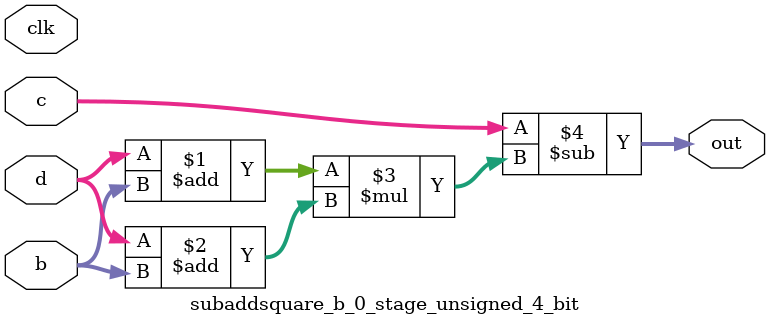
<source format=sv>
(* use_dsp = "yes" *) module subaddsquare_b_0_stage_unsigned_4_bit(
	input  [3:0] b,
	input  [3:0] c,
	input  [3:0] d,
	output [3:0] out,
	input clk);

	assign out = c - ((d + b) * (d + b));
endmodule

</source>
